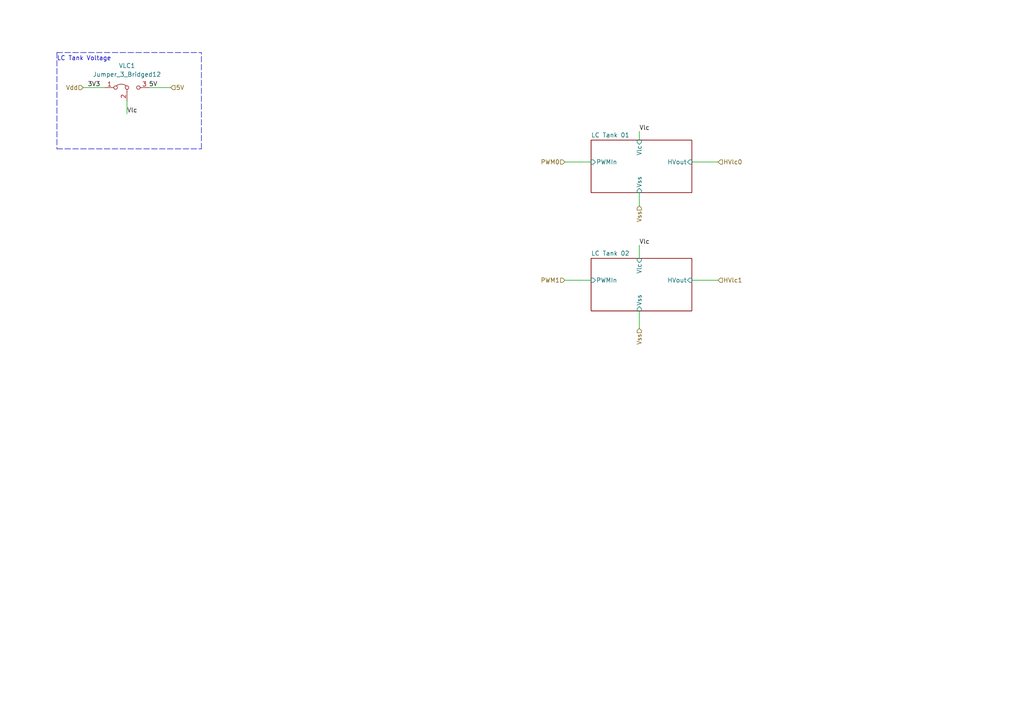
<source format=kicad_sch>
(kicad_sch (version 20211123) (generator eeschema)
  (paper "A4")
  (lib_symbols
    (symbol "Jumper:Jumper_3_Bridged12" (pin_names (offset 0) hide)
      (property "Reference" "JP" (at -2.54 -2.54 0))
      (property "Value" "Jumper_3_Bridged12" (at 0 2.794 0))
      (symbol "Jumper_3_Bridged12_0_0"
        (circle (center -3.302 0) (radius 0.508))
        (circle (center 0 0) (radius 0.508))
        (circle (center 3.302 0) (radius 0.508))
      )
      (symbol "Jumper_3_Bridged12_0_1"
        (arc (start -0.254 0.508) (mid -1.651 0.9912) (end -3.048 0.508))
        (polyline (pts (xy 0 -1.27) (xy 0 -0.508)))
      )
      (symbol "Jumper_3_Bridged12_1_1"
        (pin passive line (at -6.35 0 0) (length 2.54) (name "A") (number "1"))
        (pin passive line (at 0 -3.81 90) (length 2.54) (name "C") (number "2"))
        (pin passive line (at 6.35 0 180) (length 2.54) (name "B") (number "3"))
      )
    )
  )
  (polyline (pts (xy 16.51 15.24) (xy 16.51 43.18)))
  (wire (pts (xy 163.83 46.99) (xy 171.45 46.99)))
  (wire (pts (xy 36.83 29.21) (xy 36.83 33.02)))
  (polyline (pts (xy 16.51 15.24) (xy 58.42 15.24)))
  (wire (pts (xy 185.42 55.88) (xy 185.42 59.69)))
  (wire (pts (xy 24.13 25.4) (xy 30.48 25.4)))
  (wire (pts (xy 185.42 90.17) (xy 185.42 95.25)))
  (wire (pts (xy 200.66 81.28) (xy 208.28 81.28)))
  (polyline (pts (xy 58.42 43.18) (xy 58.42 15.24)))
  (wire (pts (xy 163.83 81.28) (xy 171.45 81.28)))
  (wire (pts (xy 185.42 71.12) (xy 185.42 74.93)))
  (wire (pts (xy 43.18 25.4) (xy 49.53 25.4)))
  (polyline (pts (xy 16.51 43.18) (xy 58.42 43.18)))
  (wire (pts (xy 200.66 46.99) (xy 208.28 46.99)))
  (wire (pts (xy 185.42 38.1) (xy 185.42 40.64)))
  (text "LC Tank Voltage" (at 16.51 17.78 0) (effects (font (size 1.27 1.27)) (justify left bottom)))
  (label "Vlc" (at 185.42 71.12 0))
  (label "Vlc" (at 185.42 38.1 0))
  (label "3V3" (at 25.4 25.4 0))
  (label "5V" (at 43.18 25.4 0))
  (label "Vlc" (at 36.83 33.02 0))
  (hierarchical_label "PWM0" (shape input) (at 163.83 46.99 180))
  (hierarchical_label "Vss" (shape input) (at 185.42 95.25 270))
  (hierarchical_label "HVlc0" (shape input) (at 208.28 46.99 0))
  (hierarchical_label "Vss" (shape input) (at 185.42 59.69 270))
  (hierarchical_label "HVlc1" (shape input) (at 208.28 81.28 0))
  (hierarchical_label "PWM1" (shape input) (at 163.83 81.28 180))
  (hierarchical_label "Vdd" (shape input) (at 24.13 25.4 180))
  (hierarchical_label "5V" (shape input) (at 49.53 25.4 0))
  (symbol (lib_id "Jumper:Jumper_3_Bridged12") (at 36.83 25.4 0) (unit 1)
    (property "Reference" "VLC1" (at 36.83 19.0531 0))
    (property "Value" "Jumper_3_Bridged12" (at 36.83 21.59 0))
    (property "Footprint" "Connector_PinHeader_2.54mm:PinHeader_1x03_P2.54mm_Vertical" (effects hide))
  )
  (sheet (at 171.45 74.93) (size 29.21 15.24) (stroke (width 0.1524))
    (property "Sheet name" "LC Tank 02" (at 171.45 74.2184 0) (effects (justify left bottom)))
    (property "Sheet file" "lc_tanks/lc_tank_sub_01.kicad_sch" (effects hide))
    (pin "Vlc" input (at 185.42 74.93 90))
    (pin "HVout" input (at 200.66 81.28 0))
    (pin "Vss" input (at 185.42 90.17 270))
    (pin "PWMIn" input (at 171.45 81.28 180))
  )
  (sheet (at 171.45 40.64) (size 29.21 15.24) (stroke (width 0.1524))
    (property "Sheet name" "LC Tank 01" (at 171.45 39.9284 0) (effects (justify left bottom)))
    (property "Sheet file" "lc_tanks/lc_tank_sub_01.kicad_sch" (effects hide))
    (pin "Vlc" input (at 185.42 40.64 90))
    (pin "HVout" input (at 200.66 46.99 0))
    (pin "Vss" input (at 185.42 55.88 270))
    (pin "PWMIn" input (at 171.45 46.99 180))
  )
)
</source>
